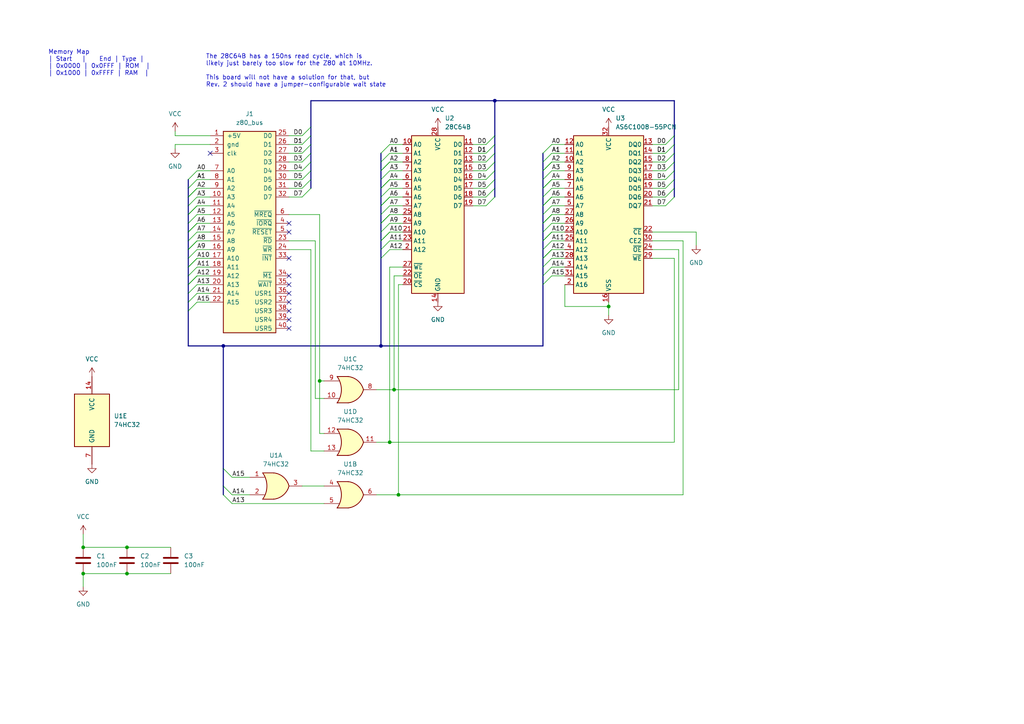
<source format=kicad_sch>
(kicad_sch (version 20211123) (generator eeschema)
  (paper "A4")
  (lib_symbols
    (symbol "74xx:74LS32" (pin_names (offset 1.016))
      (property "Reference" "U" (at 0 1.27 0))
      (property "Value" "74LS32" (at 0 -1.27 0))
      (symbol "74LS32_1_1"
        (arc (start -3.81 -3.81) (mid -2.589 0) (end -3.81 3.81) (stroke (width 0.254)))
        (arc (start -0.6096 -3.81) (mid 2.1855 -2.584) (end 3.81 0) (stroke (width 0.254)) (fill (type background)))
        (polyline (pts (xy -3.81 -3.81) (xy -0.635 -3.81)) (stroke (width 0.254)) (fill (type background)))
        (polyline (pts (xy -3.81 3.81) (xy -0.635 3.81)) (stroke (width 0.254)) (fill (type background)))
        (polyline (pts (xy -0.635 3.81) (xy -3.81 3.81) (xy -3.81 3.81) (xy -3.556 3.4036) (xy -3.0226 2.2606) (xy -2.6924 1.0414) (xy -2.6162 -0.254) (xy -2.7686 -1.4986) (xy -3.175 -2.7178) (xy -3.81 -3.81) (xy -3.81 -3.81) (xy -0.635 -3.81)) (stroke (width -25.4)) (fill (type background)))
        (arc (start 3.81 0) (mid 2.1928 2.5925) (end -0.6096 3.81) (stroke (width 0.254)) (fill (type background)))
        (pin input line (at -7.62 2.54 0) (length 4.318) (name "~") (number "1"))
        (pin input line (at -7.62 -2.54 0) (length 4.318) (name "~") (number "2"))
        (pin output line (at 7.62 0 180) (length 3.81) (name "~") (number "3"))
      )
      (symbol "74LS32_1_2"
        (arc (start 0 -3.81) (mid 3.81 0) (end 0 3.81) (stroke (width 0.254)) (fill (type background)))
        (polyline (pts (xy 0 3.81) (xy -3.81 3.81) (xy -3.81 -3.81) (xy 0 -3.81)) (stroke (width 0.254)) (fill (type background)))
        (pin input inverted (at -7.62 2.54 0) (length 3.81) (name "~") (number "1"))
        (pin input inverted (at -7.62 -2.54 0) (length 3.81) (name "~") (number "2"))
        (pin output inverted (at 7.62 0 180) (length 3.81) (name "~") (number "3"))
      )
      (symbol "74LS32_2_1"
        (arc (start -3.81 -3.81) (mid -2.589 0) (end -3.81 3.81) (stroke (width 0.254)))
        (arc (start -0.6096 -3.81) (mid 2.1855 -2.584) (end 3.81 0) (stroke (width 0.254)) (fill (type background)))
        (polyline (pts (xy -3.81 -3.81) (xy -0.635 -3.81)) (stroke (width 0.254)) (fill (type background)))
        (polyline (pts (xy -3.81 3.81) (xy -0.635 3.81)) (stroke (width 0.254)) (fill (type background)))
        (polyline (pts (xy -0.635 3.81) (xy -3.81 3.81) (xy -3.81 3.81) (xy -3.556 3.4036) (xy -3.0226 2.2606) (xy -2.6924 1.0414) (xy -2.6162 -0.254) (xy -2.7686 -1.4986) (xy -3.175 -2.7178) (xy -3.81 -3.81) (xy -3.81 -3.81) (xy -0.635 -3.81)) (stroke (width -25.4)) (fill (type background)))
        (arc (start 3.81 0) (mid 2.1928 2.5925) (end -0.6096 3.81) (stroke (width 0.254)) (fill (type background)))
        (pin input line (at -7.62 2.54 0) (length 4.318) (name "~") (number "4"))
        (pin input line (at -7.62 -2.54 0) (length 4.318) (name "~") (number "5"))
        (pin output line (at 7.62 0 180) (length 3.81) (name "~") (number "6"))
      )
      (symbol "74LS32_2_2"
        (arc (start 0 -3.81) (mid 3.81 0) (end 0 3.81) (stroke (width 0.254)) (fill (type background)))
        (polyline (pts (xy 0 3.81) (xy -3.81 3.81) (xy -3.81 -3.81) (xy 0 -3.81)) (stroke (width 0.254)) (fill (type background)))
        (pin input inverted (at -7.62 2.54 0) (length 3.81) (name "~") (number "4"))
        (pin input inverted (at -7.62 -2.54 0) (length 3.81) (name "~") (number "5"))
        (pin output inverted (at 7.62 0 180) (length 3.81) (name "~") (number "6"))
      )
      (symbol "74LS32_3_1"
        (arc (start -3.81 -3.81) (mid -2.589 0) (end -3.81 3.81) (stroke (width 0.254)))
        (arc (start -0.6096 -3.81) (mid 2.1855 -2.584) (end 3.81 0) (stroke (width 0.254)) (fill (type background)))
        (polyline (pts (xy -3.81 -3.81) (xy -0.635 -3.81)) (stroke (width 0.254)) (fill (type background)))
        (polyline (pts (xy -3.81 3.81) (xy -0.635 3.81)) (stroke (width 0.254)) (fill (type background)))
        (polyline (pts (xy -0.635 3.81) (xy -3.81 3.81) (xy -3.81 3.81) (xy -3.556 3.4036) (xy -3.0226 2.2606) (xy -2.6924 1.0414) (xy -2.6162 -0.254) (xy -2.7686 -1.4986) (xy -3.175 -2.7178) (xy -3.81 -3.81) (xy -3.81 -3.81) (xy -0.635 -3.81)) (stroke (width -25.4)) (fill (type background)))
        (arc (start 3.81 0) (mid 2.1928 2.5925) (end -0.6096 3.81) (stroke (width 0.254)) (fill (type background)))
        (pin input line (at -7.62 -2.54 0) (length 4.318) (name "~") (number "10"))
        (pin output line (at 7.62 0 180) (length 3.81) (name "~") (number "8"))
        (pin input line (at -7.62 2.54 0) (length 4.318) (name "~") (number "9"))
      )
      (symbol "74LS32_3_2"
        (arc (start 0 -3.81) (mid 3.81 0) (end 0 3.81) (stroke (width 0.254)) (fill (type background)))
        (polyline (pts (xy 0 3.81) (xy -3.81 3.81) (xy -3.81 -3.81) (xy 0 -3.81)) (stroke (width 0.254)) (fill (type background)))
        (pin input inverted (at -7.62 -2.54 0) (length 3.81) (name "~") (number "10"))
        (pin output inverted (at 7.62 0 180) (length 3.81) (name "~") (number "8"))
        (pin input inverted (at -7.62 2.54 0) (length 3.81) (name "~") (number "9"))
      )
      (symbol "74LS32_4_1"
        (arc (start -3.81 -3.81) (mid -2.589 0) (end -3.81 3.81) (stroke (width 0.254)))
        (arc (start -0.6096 -3.81) (mid 2.1855 -2.584) (end 3.81 0) (stroke (width 0.254)) (fill (type background)))
        (polyline (pts (xy -3.81 -3.81) (xy -0.635 -3.81)) (stroke (width 0.254)) (fill (type background)))
        (polyline (pts (xy -3.81 3.81) (xy -0.635 3.81)) (stroke (width 0.254)) (fill (type background)))
        (polyline (pts (xy -0.635 3.81) (xy -3.81 3.81) (xy -3.81 3.81) (xy -3.556 3.4036) (xy -3.0226 2.2606) (xy -2.6924 1.0414) (xy -2.6162 -0.254) (xy -2.7686 -1.4986) (xy -3.175 -2.7178) (xy -3.81 -3.81) (xy -3.81 -3.81) (xy -0.635 -3.81)) (stroke (width -25.4)) (fill (type background)))
        (arc (start 3.81 0) (mid 2.1928 2.5925) (end -0.6096 3.81) (stroke (width 0.254)) (fill (type background)))
        (pin output line (at 7.62 0 180) (length 3.81) (name "~") (number "11"))
        (pin input line (at -7.62 2.54 0) (length 4.318) (name "~") (number "12"))
        (pin input line (at -7.62 -2.54 0) (length 4.318) (name "~") (number "13"))
      )
      (symbol "74LS32_4_2"
        (arc (start 0 -3.81) (mid 3.81 0) (end 0 3.81) (stroke (width 0.254)) (fill (type background)))
        (polyline (pts (xy 0 3.81) (xy -3.81 3.81) (xy -3.81 -3.81) (xy 0 -3.81)) (stroke (width 0.254)) (fill (type background)))
        (pin output inverted (at 7.62 0 180) (length 3.81) (name "~") (number "11"))
        (pin input inverted (at -7.62 2.54 0) (length 3.81) (name "~") (number "12"))
        (pin input inverted (at -7.62 -2.54 0) (length 3.81) (name "~") (number "13"))
      )
      (symbol "74LS32_5_0"
        (pin power_in line (at 0 12.7 270) (length 5.08) (name "VCC") (number "14"))
        (pin power_in line (at 0 -12.7 90) (length 5.08) (name "GND") (number "7"))
      )
      (symbol "74LS32_5_1"
        (rectangle (start -5.08 7.62) (end 5.08 -7.62) (stroke (width 0.254)) (fill (type background)))
      )
    )
    (symbol "Device:C" (pin_numbers hide) (pin_names (offset 0.254))
      (property "Reference" "C" (at 0.635 2.54 0))
      (property "Value" "C" (at 0.635 -2.54 0))
      (symbol "C_0_1"
        (polyline (pts (xy -2.032 -0.762) (xy 2.032 -0.762)) (stroke (width 0.508)))
        (polyline (pts (xy -2.032 0.762) (xy 2.032 0.762)) (stroke (width 0.508)))
      )
      (symbol "C_1_1"
        (pin passive line (at 0 3.81 270) (length 2.794) (name "~") (number "1"))
        (pin passive line (at 0 -3.81 90) (length 2.794) (name "~") (number "2"))
      )
    )
    (symbol "power:GND" (power) (pin_names (offset 0))
      (property "Value" "GND" (at 0 -3.81 0))
      (symbol "GND_0_1"
        (polyline (pts (xy 0 0) (xy 0 -1.27) (xy 1.27 -1.27) (xy 0 -2.54) (xy -1.27 -1.27) (xy 0 -1.27)))
      )
      (symbol "GND_1_1"
        (pin power_in line (at 0 0 270) (length 0) hide (name "GND") (number "1"))
      )
    )
    (symbol "power:VCC" (power) (pin_names (offset 0))
      (property "Value" "VCC" (at 0 3.81 0))
      (symbol "VCC_0_1"
        (polyline (pts (xy -0.762 1.27) (xy 0 2.54)))
        (polyline (pts (xy 0 0) (xy 0 2.54)))
        (polyline (pts (xy 0 2.54) (xy 0.762 1.27)))
      )
      (symbol "VCC_1_1"
        (pin power_in line (at 0 0 90) (length 0) hide (name "VCC") (number "1"))
      )
    )
    (symbol "projlib:28C64B"
      (property "Reference" "U?" (at 2.0194 30.48 0))
      (property "Value" "28C64B" (at 2.0194 27.94 0))
      (symbol "28C64B_1_1"
        (rectangle (start -7.62 25.4) (end 7.62 -20.32) (stroke (width 0.254)) (fill (type background)))
        (pin input line (at 7.62 -2.54 0) (length 2.54) hide (name "NC") (number "1"))
        (pin input line (at -10.16 22.86 0) (length 2.54) (name "A0") (number "10"))
        (pin tri_state line (at 10.16 22.86 180) (length 2.54) (name "D0") (number "11"))
        (pin tri_state line (at 10.16 20.32 180) (length 2.54) (name "D1") (number "12"))
        (pin tri_state line (at 10.16 17.78 180) (length 2.54) (name "D2") (number "13"))
        (pin power_in line (at 0 -22.86 90) (length 2.54) (name "GND") (number "14"))
        (pin tri_state line (at 10.16 15.24 180) (length 2.54) (name "D3") (number "15"))
        (pin tri_state line (at 10.16 12.7 180) (length 2.54) (name "D4") (number "16"))
        (pin tri_state line (at 10.16 10.16 180) (length 2.54) (name "D5") (number "17"))
        (pin tri_state line (at 10.16 7.62 180) (length 2.54) (name "D6") (number "18"))
        (pin tri_state line (at 10.16 5.08 180) (length 2.54) (name "D7") (number "19"))
        (pin input line (at -10.16 -7.62 0) (length 2.54) (name "A12") (number "2"))
        (pin input line (at -10.16 -17.78 0) (length 2.54) (name "~{CS}") (number "20"))
        (pin input line (at -10.16 -2.54 0) (length 2.54) (name "A10") (number "21"))
        (pin input line (at -10.16 -15.24 0) (length 2.54) (name "~{OE}") (number "22"))
        (pin input line (at -10.16 -5.08 0) (length 2.54) (name "A11") (number "23"))
        (pin input line (at -10.16 0 0) (length 2.54) (name "A9") (number "24"))
        (pin input line (at -10.16 2.54 0) (length 2.54) (name "A8") (number "25"))
        (pin input line (at 7.62 -5.08 0) (length 2.54) hide (name "NC") (number "26"))
        (pin input line (at -10.16 -12.7 0) (length 2.54) (name "~{WE}") (number "27"))
        (pin power_in line (at 0 27.94 270) (length 2.54) (name "VCC") (number "28"))
        (pin input line (at -10.16 5.08 0) (length 2.54) (name "A7") (number "3"))
        (pin input line (at -10.16 7.62 0) (length 2.54) (name "A6") (number "4"))
        (pin input line (at -10.16 10.16 0) (length 2.54) (name "A5") (number "5"))
        (pin input line (at -10.16 12.7 0) (length 2.54) (name "A4") (number "6"))
        (pin input line (at -10.16 15.24 0) (length 2.54) (name "A3") (number "7"))
        (pin input line (at -10.16 17.78 0) (length 2.54) (name "A2") (number "8"))
        (pin input line (at -10.16 20.32 0) (length 2.54) (name "A1") (number "9"))
      )
    )
    (symbol "projlib:AS6C1008-55PCN"
      (property "Reference" "U?" (at 2.0194 30.48 0))
      (property "Value" "AS6C1008-55PCN" (at 2.0194 27.94 0))
      (symbol "AS6C1008-55PCN_0_0"
        (pin power_in line (at 0 -22.86 90) (length 2.54) (name "VSS") (number "16"))
        (pin power_in line (at 0 27.94 270) (length 2.54) (name "VCC") (number "32"))
      )
      (symbol "AS6C1008-55PCN_0_1"
        (rectangle (start -10.16 25.4) (end 10.16 -20.32) (stroke (width 0.254)) (fill (type background)))
      )
      (symbol "AS6C1008-55PCN_1_1"
        (pin input line (at 10.16 -15.24 180) (length 2.54) hide (name "NC") (number "1"))
        (pin input line (at -12.7 17.78 0) (length 2.54) (name "A2") (number "10"))
        (pin input line (at -12.7 20.32 0) (length 2.54) (name "A1") (number "11"))
        (pin input line (at -12.7 22.86 0) (length 2.54) (name "A0") (number "12"))
        (pin tri_state line (at 12.7 22.86 180) (length 2.54) (name "DQ0") (number "13"))
        (pin tri_state line (at 12.7 20.32 180) (length 2.54) (name "DQ1") (number "14"))
        (pin tri_state line (at 12.7 17.78 180) (length 2.54) (name "DQ2") (number "15"))
        (pin tri_state line (at 12.7 15.24 180) (length 2.54) (name "DQ3") (number "17"))
        (pin tri_state line (at 12.7 12.7 180) (length 2.54) (name "DQ4") (number "18"))
        (pin tri_state line (at 12.7 10.16 180) (length 2.54) (name "DQ5") (number "19"))
        (pin input line (at -12.7 -17.78 0) (length 2.54) (name "A16") (number "2"))
        (pin tri_state line (at 12.7 7.62 180) (length 2.54) (name "DQ6") (number "20"))
        (pin tri_state line (at 12.7 5.08 180) (length 2.54) (name "DQ7") (number "21"))
        (pin input line (at 12.7 -2.54 180) (length 2.54) (name "~{CE}") (number "22"))
        (pin input line (at -12.7 -2.54 0) (length 2.54) (name "A10") (number "23"))
        (pin input line (at 12.7 -7.62 180) (length 2.54) (name "~{OE}") (number "24"))
        (pin input line (at -12.7 -5.08 0) (length 2.54) (name "A11") (number "25"))
        (pin input line (at -12.7 0 0) (length 2.54) (name "A9") (number "26"))
        (pin input line (at -12.7 2.54 0) (length 2.54) (name "A8") (number "27"))
        (pin input line (at -12.7 -10.16 0) (length 2.54) (name "A13") (number "28"))
        (pin input line (at 12.7 -10.16 180) (length 2.54) (name "~{WE}") (number "29"))
        (pin input line (at -12.7 -12.7 0) (length 2.54) (name "A14") (number "3"))
        (pin input line (at 12.7 -5.08 180) (length 2.54) (name "CE2") (number "30"))
        (pin input line (at -12.7 -15.24 0) (length 2.54) (name "A15") (number "31"))
        (pin input line (at -12.7 -7.62 0) (length 2.54) (name "A12") (number "4"))
        (pin input line (at -12.7 5.08 0) (length 2.54) (name "A7") (number "5"))
        (pin input line (at -12.7 7.62 0) (length 2.54) (name "A6") (number "6"))
        (pin input line (at -12.7 10.16 0) (length 2.54) (name "A5") (number "7"))
        (pin input line (at -12.7 12.7 0) (length 2.54) (name "A4") (number "8"))
        (pin input line (at -12.7 15.24 0) (length 2.54) (name "A3") (number "9"))
      )
    )
    (symbol "projlib:z80_bus" (pin_names (offset 1.016))
      (property "Reference" "J2" (at 0 29.21 0))
      (property "Value" "z80_bus" (at 0 26.67 0))
      (symbol "z80_bus_1_1"
        (rectangle (start -7.62 24.13) (end 7.62 -34.29) (stroke (width 0.254)) (fill (type background)))
        (pin passive line (at -11.43 22.86 0) (length 3.81) (name "+5V") (number "1"))
        (pin passive line (at -11.43 5.08 0) (length 3.81) (name "A3") (number "10"))
        (pin passive line (at -11.43 2.54 0) (length 3.81) (name "A4") (number "11"))
        (pin passive line (at -11.43 0 0) (length 3.81) (name "A5") (number "12"))
        (pin passive line (at -11.43 -2.54 0) (length 3.81) (name "A6") (number "13"))
        (pin passive line (at -11.43 -5.08 0) (length 3.81) (name "A7") (number "14"))
        (pin passive line (at -11.43 -7.62 0) (length 3.81) (name "A8") (number "15"))
        (pin passive line (at -11.43 -10.16 0) (length 3.81) (name "A9") (number "16"))
        (pin passive line (at -11.43 -12.7 0) (length 3.81) (name "A10") (number "17"))
        (pin passive line (at -11.43 -15.24 0) (length 3.81) (name "A11") (number "18"))
        (pin passive line (at -11.43 -17.78 0) (length 3.81) (name "A12") (number "19"))
        (pin passive line (at -11.43 20.32 0) (length 3.81) (name "gnd") (number "2"))
        (pin passive line (at -11.43 -20.32 0) (length 3.81) (name "A13") (number "20"))
        (pin passive line (at -11.43 -22.86 0) (length 3.81) (name "A14") (number "21"))
        (pin passive line (at -11.43 -25.4 0) (length 3.81) (name "A15") (number "22"))
        (pin passive line (at 11.43 -7.62 180) (length 3.81) (name "~{RD}") (number "23"))
        (pin passive line (at 11.43 -10.16 180) (length 3.81) (name "~{WR}") (number "24"))
        (pin passive line (at 11.43 22.86 180) (length 3.81) (name "D0") (number "25"))
        (pin passive line (at 11.43 20.32 180) (length 3.81) (name "D1") (number "26"))
        (pin passive line (at 11.43 17.78 180) (length 3.81) (name "D2") (number "27"))
        (pin passive line (at 11.43 15.24 180) (length 3.81) (name "D3") (number "28"))
        (pin passive line (at 11.43 12.7 180) (length 3.81) (name "D4") (number "29"))
        (pin passive line (at -11.43 17.78 0) (length 3.81) (name "clk") (number "3"))
        (pin passive line (at 11.43 10.16 180) (length 3.81) (name "D5") (number "30"))
        (pin passive line (at 11.43 7.62 180) (length 3.81) (name "D6") (number "31"))
        (pin passive line (at 11.43 5.08 180) (length 3.81) (name "D7") (number "32"))
        (pin passive line (at 11.43 -12.7 180) (length 3.81) (name "~{INT}") (number "33"))
        (pin passive line (at 11.43 -17.78 180) (length 3.81) (name "~{M1}") (number "34"))
        (pin passive line (at 11.43 -20.32 180) (length 3.81) (name "~{WAIT}") (number "35"))
        (pin passive line (at 11.43 -22.86 180) (length 3.81) (name "USR1") (number "36"))
        (pin passive line (at 11.43 -25.4 180) (length 3.81) (name "USR2") (number "37"))
        (pin passive line (at 11.43 -27.94 180) (length 3.81) (name "USR3") (number "38"))
        (pin passive line (at 11.43 -30.48 180) (length 3.81) (name "USR4") (number "39"))
        (pin passive line (at 11.43 -2.54 180) (length 3.81) (name "~{IORQ}") (number "4"))
        (pin passive line (at 11.43 -33.02 180) (length 3.81) (name "USR5") (number "40"))
        (pin passive line (at 11.43 -5.08 180) (length 3.81) (name "~{RESET}") (number "5"))
        (pin passive line (at 11.43 0 180) (length 3.81) (name "~{MREQ}") (number "6"))
        (pin passive line (at -11.43 12.7 0) (length 3.81) (name "A0") (number "7"))
        (pin passive line (at -11.43 10.16 0) (length 3.81) (name "A1") (number "8"))
        (pin passive line (at -11.43 7.62 0) (length 3.81) (name "A2") (number "9"))
      )
    )
  )
  (junction (at 36.83 166.37))
  (junction (at 143.51 29.21))
  (junction (at 115.57 143.51))
  (junction (at 110.49 100.33))
  (junction (at 24.13 166.37))
  (junction (at 176.53 88.9))
  (junction (at 64.77 100.33))
  (junction (at 24.13 158.75))
  (junction (at 36.83 158.75))
  (junction (at 113.03 128.27))
  (junction (at 114.3 113.03))
  (junction (at 92.71 110.49))
  (no_connect (at 83.82 74.93))
  (no_connect (at 83.82 80.01))
  (no_connect (at 83.82 95.25))
  (no_connect (at 83.82 82.55))
  (no_connect (at 83.82 85.09))
  (no_connect (at 83.82 87.63))
  (no_connect (at 83.82 90.17))
  (no_connect (at 83.82 92.71))
  (no_connect (at 60.96 44.45))
  (no_connect (at 83.82 64.77))
  (no_connect (at 83.82 67.31))
  (bus_entry (at 87.63 44.45) (size 2.54 -2.54))
  (bus_entry (at 87.63 49.53) (size 2.54 -2.54))
  (bus_entry (at 193.04 44.45) (size 2.54 -2.54))
  (bus_entry (at 157.48 72.39) (size 2.54 -2.54))
  (bus_entry (at 193.04 54.61) (size 2.54 -2.54))
  (bus_entry (at 54.61 67.31) (size 2.54 -2.54))
  (bus_entry (at 110.49 49.53) (size 2.54 -2.54))
  (bus_entry (at 157.48 80.01) (size 2.54 -2.54))
  (bus_entry (at 110.49 46.99) (size 2.54 -2.54))
  (bus_entry (at 157.48 59.69) (size 2.54 -2.54))
  (bus_entry (at 157.48 69.85) (size 2.54 -2.54))
  (bus_entry (at 87.63 46.99) (size 2.54 -2.54))
  (bus_entry (at 54.61 85.09) (size 2.54 -2.54))
  (bus_entry (at 54.61 57.15) (size 2.54 -2.54))
  (bus_entry (at 54.61 59.69) (size 2.54 -2.54))
  (bus_entry (at 54.61 69.85) (size 2.54 -2.54))
  (bus_entry (at 157.48 74.93) (size 2.54 -2.54))
  (bus_entry (at 54.61 52.07) (size 2.54 -2.54))
  (bus_entry (at 110.49 64.77) (size 2.54 -2.54))
  (bus_entry (at 110.49 62.23) (size 2.54 -2.54))
  (bus_entry (at 157.48 74.93) (size 2.54 -2.54))
  (bus_entry (at 157.48 82.55) (size 2.54 -2.54))
  (bus_entry (at 157.48 49.53) (size 2.54 -2.54))
  (bus_entry (at 110.49 54.61) (size 2.54 -2.54))
  (bus_entry (at 110.49 64.77) (size 2.54 -2.54))
  (bus_entry (at 64.77 135.89) (size 2.54 2.54))
  (bus_entry (at 64.77 140.97) (size 2.54 2.54))
  (bus_entry (at 64.77 143.51) (size 2.54 2.54))
  (bus_entry (at 193.04 41.91) (size 2.54 -2.54))
  (bus_entry (at 54.61 77.47) (size 2.54 -2.54))
  (bus_entry (at 110.49 59.69) (size 2.54 -2.54))
  (bus_entry (at 54.61 72.39) (size 2.54 -2.54))
  (bus_entry (at 54.61 62.23) (size 2.54 -2.54))
  (bus_entry (at 110.49 57.15) (size 2.54 -2.54))
  (bus_entry (at 193.04 59.69) (size 2.54 -2.54))
  (bus_entry (at 110.49 54.61) (size 2.54 -2.54))
  (bus_entry (at 193.04 49.53) (size 2.54 -2.54))
  (bus_entry (at 54.61 77.47) (size 2.54 -2.54))
  (bus_entry (at 54.61 62.23) (size 2.54 -2.54))
  (bus_entry (at 157.48 64.77) (size 2.54 -2.54))
  (bus_entry (at 110.49 49.53) (size 2.54 -2.54))
  (bus_entry (at 193.04 52.07) (size 2.54 -2.54))
  (bus_entry (at 157.48 44.45) (size 2.54 -2.54))
  (bus_entry (at 54.61 82.55) (size 2.54 -2.54))
  (bus_entry (at 54.61 57.15) (size 2.54 -2.54))
  (bus_entry (at 157.48 46.99) (size 2.54 -2.54))
  (bus_entry (at 54.61 74.93) (size 2.54 -2.54))
  (bus_entry (at 140.97 54.61) (size 2.54 -2.54))
  (bus_entry (at 140.97 57.15) (size 2.54 -2.54))
  (bus_entry (at 140.97 46.99) (size 2.54 -2.54))
  (bus_entry (at 140.97 44.45) (size 2.54 -2.54))
  (bus_entry (at 140.97 59.69) (size 2.54 -2.54))
  (bus_entry (at 140.97 52.07) (size 2.54 -2.54))
  (bus_entry (at 140.97 49.53) (size 2.54 -2.54))
  (bus_entry (at 140.97 41.91) (size 2.54 -2.54))
  (bus_entry (at 110.49 44.45) (size 2.54 -2.54))
  (bus_entry (at 193.04 46.99) (size 2.54 -2.54))
  (bus_entry (at 157.48 59.69) (size 2.54 -2.54))
  (bus_entry (at 157.48 54.61) (size 2.54 -2.54))
  (bus_entry (at 54.61 87.63) (size 2.54 -2.54))
  (bus_entry (at 110.49 52.07) (size 2.54 -2.54))
  (bus_entry (at 110.49 69.85) (size 2.54 -2.54))
  (bus_entry (at 157.48 69.85) (size 2.54 -2.54))
  (bus_entry (at 157.48 49.53) (size 2.54 -2.54))
  (bus_entry (at 54.61 90.17) (size 2.54 -2.54))
  (bus_entry (at 54.61 72.39) (size 2.54 -2.54))
  (bus_entry (at 157.48 77.47) (size 2.54 -2.54))
  (bus_entry (at 54.61 82.55) (size 2.54 -2.54))
  (bus_entry (at 87.63 39.37) (size 2.54 -2.54))
  (bus_entry (at 157.48 62.23) (size 2.54 -2.54))
  (bus_entry (at 157.48 54.61) (size 2.54 -2.54))
  (bus_entry (at 87.63 57.15) (size 2.54 -2.54))
  (bus_entry (at 110.49 74.93) (size 2.54 -2.54))
  (bus_entry (at 54.61 54.61) (size 2.54 -2.54))
  (bus_entry (at 110.49 59.69) (size 2.54 -2.54))
  (bus_entry (at 157.48 57.15) (size 2.54 -2.54))
  (bus_entry (at 157.48 67.31) (size 2.54 -2.54))
  (bus_entry (at 54.61 80.01) (size 2.54 -2.54))
  (bus_entry (at 157.48 52.07) (size 2.54 -2.54))
  (bus_entry (at 54.61 67.31) (size 2.54 -2.54))
  (bus_entry (at 157.48 64.77) (size 2.54 -2.54))
  (bus_entry (at 110.49 69.85) (size 2.54 -2.54))
  (bus_entry (at 87.63 52.07) (size 2.54 -2.54))
  (bus_entry (at 54.61 64.77) (size 2.54 -2.54))
  (bus_entry (at 193.04 57.15) (size 2.54 -2.54))
  (bus_entry (at 110.49 72.39) (size 2.54 -2.54))
  (bus_entry (at 110.49 67.31) (size 2.54 -2.54))
  (bus_entry (at 87.63 54.61) (size 2.54 -2.54))
  (bus_entry (at 87.63 41.91) (size 2.54 -2.54))
  (wire (pts (xy 189.23 44.45) (xy 193.04 44.45)))
  (wire (pts (xy 92.71 110.49) (xy 93.98 110.49)))
  (bus (pts (xy 110.49 72.39) (xy 110.49 74.93)))
  (bus (pts (xy 110.49 67.31) (xy 110.49 69.85)))
  (wire (pts (xy 160.02 77.47) (xy 163.83 77.47)))
  (wire (pts (xy 113.03 128.27) (xy 113.03 77.47)))
  (bus (pts (xy 90.17 46.99) (xy 90.17 44.45)))
  (wire (pts (xy 116.84 80.01) (xy 114.3 80.01)))
  (wire (pts (xy 189.23 41.91) (xy 193.04 41.91)))
  (bus (pts (xy 157.48 44.45) (xy 157.48 46.99)))
  (wire (pts (xy 196.85 113.03) (xy 196.85 72.39)))
  (wire (pts (xy 196.85 72.39) (xy 189.23 72.39)))
  (wire (pts (xy 83.82 57.15) (xy 87.63 57.15)))
  (wire (pts (xy 57.15 85.09) (xy 60.96 85.09)))
  (bus (pts (xy 54.61 67.31) (xy 54.61 69.85)))
  (wire (pts (xy 90.17 130.81) (xy 90.17 72.39)))
  (bus (pts (xy 54.61 74.93) (xy 54.61 77.47)))
  (bus (pts (xy 54.61 82.55) (xy 54.61 85.09)))
  (bus (pts (xy 110.49 49.53) (xy 110.49 52.07)))
  (wire (pts (xy 160.02 49.53) (xy 163.83 49.53)))
  (bus (pts (xy 195.58 44.45) (xy 195.58 41.91)))
  (wire (pts (xy 198.12 69.85) (xy 189.23 69.85)))
  (wire (pts (xy 113.03 67.31) (xy 116.84 67.31)))
  (bus (pts (xy 143.51 46.99) (xy 143.51 44.45)))
  (wire (pts (xy 113.03 52.07) (xy 116.84 52.07)))
  (bus (pts (xy 90.17 44.45) (xy 90.17 41.91)))
  (bus (pts (xy 143.51 57.15) (xy 143.51 54.61)))
  (bus (pts (xy 157.48 49.53) (xy 157.48 52.07)))
  (bus (pts (xy 157.48 72.39) (xy 157.48 74.93)))
  (wire (pts (xy 160.02 62.23) (xy 163.83 62.23)))
  (wire (pts (xy 160.02 54.61) (xy 163.83 54.61)))
  (wire (pts (xy 57.15 59.69) (xy 60.96 59.69)))
  (bus (pts (xy 54.61 69.85) (xy 54.61 72.39)))
  (wire (pts (xy 160.02 57.15) (xy 163.83 57.15)))
  (bus (pts (xy 195.58 46.99) (xy 195.58 44.45)))
  (wire (pts (xy 189.23 52.07) (xy 193.04 52.07)))
  (bus (pts (xy 157.48 67.31) (xy 157.48 69.85)))
  (wire (pts (xy 160.02 80.01) (xy 163.83 80.01)))
  (bus (pts (xy 195.58 39.37) (xy 195.58 29.21)))
  (wire (pts (xy 57.15 64.77) (xy 60.96 64.77)))
  (bus (pts (xy 90.17 29.21) (xy 90.17 36.83)))
  (wire (pts (xy 57.15 49.53) (xy 60.96 49.53)))
  (wire (pts (xy 67.31 143.51) (xy 72.39 143.51)))
  (wire (pts (xy 115.57 82.55) (xy 116.84 82.55)))
  (wire (pts (xy 113.03 41.91) (xy 116.84 41.91)))
  (bus (pts (xy 110.49 54.61) (xy 110.49 57.15)))
  (bus (pts (xy 195.58 49.53) (xy 195.58 46.99)))
  (wire (pts (xy 50.8 38.1) (xy 50.8 39.37)))
  (bus (pts (xy 64.77 100.33) (xy 54.61 100.33)))
  (wire (pts (xy 137.16 59.69) (xy 140.97 59.69)))
  (wire (pts (xy 176.53 88.9) (xy 163.83 88.9)))
  (wire (pts (xy 50.8 41.91) (xy 50.8 43.18)))
  (wire (pts (xy 114.3 80.01) (xy 114.3 113.03)))
  (wire (pts (xy 160.02 44.45) (xy 163.83 44.45)))
  (wire (pts (xy 24.13 166.37) (xy 24.13 170.18)))
  (bus (pts (xy 90.17 39.37) (xy 90.17 36.83)))
  (bus (pts (xy 157.48 74.93) (xy 157.48 77.47)))
  (bus (pts (xy 143.51 39.37) (xy 143.51 29.21)))
  (wire (pts (xy 83.82 52.07) (xy 87.63 52.07)))
  (bus (pts (xy 54.61 59.69) (xy 54.61 62.23)))
  (bus (pts (xy 54.61 52.07) (xy 54.61 54.61)))
  (bus (pts (xy 54.61 62.23) (xy 54.61 64.77)))
  (wire (pts (xy 114.3 113.03) (xy 196.85 113.03)))
  (bus (pts (xy 110.49 62.23) (xy 110.49 64.77)))
  (wire (pts (xy 87.63 140.97) (xy 93.98 140.97)))
  (wire (pts (xy 189.23 67.31) (xy 201.93 67.31)))
  (bus (pts (xy 64.77 100.33) (xy 64.77 135.89)))
  (bus (pts (xy 90.17 49.53) (xy 90.17 46.99)))
  (bus (pts (xy 110.49 46.99) (xy 110.49 49.53)))
  (bus (pts (xy 195.58 41.91) (xy 195.58 39.37)))
  (wire (pts (xy 109.22 128.27) (xy 113.03 128.27)))
  (wire (pts (xy 113.03 62.23) (xy 116.84 62.23)))
  (bus (pts (xy 157.48 82.55) (xy 157.48 100.33)))
  (wire (pts (xy 160.02 46.99) (xy 163.83 46.99)))
  (bus (pts (xy 54.61 72.39) (xy 54.61 74.93)))
  (bus (pts (xy 110.49 69.85) (xy 110.49 72.39)))
  (wire (pts (xy 113.03 57.15) (xy 116.84 57.15)))
  (wire (pts (xy 83.82 44.45) (xy 87.63 44.45)))
  (wire (pts (xy 160.02 72.39) (xy 163.83 72.39)))
  (wire (pts (xy 83.82 54.61) (xy 87.63 54.61)))
  (bus (pts (xy 157.48 52.07) (xy 157.48 54.61)))
  (wire (pts (xy 189.23 57.15) (xy 193.04 57.15)))
  (wire (pts (xy 189.23 46.99) (xy 193.04 46.99)))
  (bus (pts (xy 110.49 57.15) (xy 110.49 59.69)))
  (wire (pts (xy 160.02 52.07) (xy 163.83 52.07)))
  (wire (pts (xy 137.16 46.99) (xy 140.97 46.99)))
  (wire (pts (xy 36.83 158.75) (xy 49.53 158.75)))
  (wire (pts (xy 201.93 67.31) (xy 201.93 71.12)))
  (wire (pts (xy 67.31 146.05) (xy 93.98 146.05)))
  (wire (pts (xy 160.02 69.85) (xy 163.83 69.85)))
  (wire (pts (xy 92.71 125.73) (xy 93.98 125.73)))
  (wire (pts (xy 92.71 110.49) (xy 92.71 125.73)))
  (wire (pts (xy 91.44 115.57) (xy 93.98 115.57)))
  (bus (pts (xy 143.51 29.21) (xy 195.58 29.21)))
  (bus (pts (xy 157.48 54.61) (xy 157.48 57.15)))
  (bus (pts (xy 157.48 64.77) (xy 157.48 67.31)))
  (bus (pts (xy 143.51 44.45) (xy 143.51 41.91)))
  (wire (pts (xy 67.31 138.43) (xy 72.39 138.43)))
  (wire (pts (xy 109.22 143.51) (xy 115.57 143.51)))
  (wire (pts (xy 57.15 69.85) (xy 60.96 69.85)))
  (bus (pts (xy 157.48 69.85) (xy 157.48 72.39)))
  (wire (pts (xy 137.16 49.53) (xy 140.97 49.53)))
  (bus (pts (xy 110.49 64.77) (xy 110.49 67.31)))
  (bus (pts (xy 143.51 52.07) (xy 143.51 49.53)))
  (bus (pts (xy 157.48 57.15) (xy 157.48 59.69)))
  (bus (pts (xy 64.77 135.89) (xy 64.77 140.97)))
  (bus (pts (xy 54.61 85.09) (xy 54.61 87.63)))
  (wire (pts (xy 137.16 52.07) (xy 140.97 52.07)))
  (wire (pts (xy 195.58 74.93) (xy 189.23 74.93)))
  (bus (pts (xy 157.48 46.99) (xy 157.48 49.53)))
  (wire (pts (xy 83.82 39.37) (xy 87.63 39.37)))
  (bus (pts (xy 90.17 52.07) (xy 90.17 49.53)))
  (bus (pts (xy 90.17 29.21) (xy 143.51 29.21)))
  (bus (pts (xy 157.48 100.33) (xy 110.49 100.33)))
  (bus (pts (xy 54.61 100.33) (xy 54.61 90.17)))
  (wire (pts (xy 137.16 57.15) (xy 140.97 57.15)))
  (wire (pts (xy 113.03 72.39) (xy 116.84 72.39)))
  (bus (pts (xy 143.51 54.61) (xy 143.51 52.07)))
  (bus (pts (xy 195.58 57.15) (xy 195.58 54.61)))
  (wire (pts (xy 137.16 54.61) (xy 140.97 54.61)))
  (wire (pts (xy 83.82 62.23) (xy 92.71 62.23)))
  (bus (pts (xy 157.48 59.69) (xy 157.48 62.23)))
  (bus (pts (xy 54.61 80.01) (xy 54.61 82.55)))
  (wire (pts (xy 83.82 46.99) (xy 87.63 46.99)))
  (wire (pts (xy 57.15 77.47) (xy 60.96 77.47)))
  (bus (pts (xy 195.58 52.07) (xy 195.58 49.53)))
  (wire (pts (xy 113.03 59.69) (xy 116.84 59.69)))
  (bus (pts (xy 64.77 140.97) (xy 64.77 143.51)))
  (wire (pts (xy 113.03 128.27) (xy 195.58 128.27)))
  (bus (pts (xy 54.61 57.15) (xy 54.61 59.69)))
  (wire (pts (xy 57.15 67.31) (xy 60.96 67.31)))
  (wire (pts (xy 176.53 87.63) (xy 176.53 88.9)))
  (wire (pts (xy 195.58 128.27) (xy 195.58 74.93)))
  (wire (pts (xy 160.02 67.31) (xy 163.83 67.31)))
  (bus (pts (xy 54.61 87.63) (xy 54.61 90.17)))
  (wire (pts (xy 92.71 62.23) (xy 92.71 110.49)))
  (wire (pts (xy 113.03 44.45) (xy 116.84 44.45)))
  (bus (pts (xy 110.49 52.07) (xy 110.49 54.61)))
  (wire (pts (xy 90.17 72.39) (xy 83.82 72.39)))
  (wire (pts (xy 57.15 54.61) (xy 60.96 54.61)))
  (wire (pts (xy 160.02 41.91) (xy 163.83 41.91)))
  (wire (pts (xy 24.13 166.37) (xy 36.83 166.37)))
  (wire (pts (xy 83.82 49.53) (xy 87.63 49.53)))
  (bus (pts (xy 195.58 54.61) (xy 195.58 52.07)))
  (wire (pts (xy 83.82 69.85) (xy 91.44 69.85)))
  (wire (pts (xy 189.23 59.69) (xy 193.04 59.69)))
  (bus (pts (xy 143.51 41.91) (xy 143.51 39.37)))
  (wire (pts (xy 176.53 88.9) (xy 176.53 91.44)))
  (wire (pts (xy 57.15 62.23) (xy 60.96 62.23)))
  (wire (pts (xy 113.03 54.61) (xy 116.84 54.61)))
  (bus (pts (xy 110.49 74.93) (xy 110.49 100.33)))
  (wire (pts (xy 189.23 54.61) (xy 193.04 54.61)))
  (wire (pts (xy 93.98 130.81) (xy 90.17 130.81)))
  (wire (pts (xy 198.12 143.51) (xy 198.12 69.85)))
  (wire (pts (xy 160.02 59.69) (xy 163.83 59.69)))
  (wire (pts (xy 91.44 69.85) (xy 91.44 115.57)))
  (bus (pts (xy 110.49 100.33) (xy 64.77 100.33)))
  (wire (pts (xy 160.02 64.77) (xy 163.83 64.77)))
  (bus (pts (xy 54.61 54.61) (xy 54.61 57.15)))
  (bus (pts (xy 110.49 59.69) (xy 110.49 62.23)))
  (wire (pts (xy 114.3 113.03) (xy 109.22 113.03)))
  (bus (pts (xy 143.51 49.53) (xy 143.51 46.99)))
  (wire (pts (xy 113.03 46.99) (xy 116.84 46.99)))
  (wire (pts (xy 57.15 80.01) (xy 60.96 80.01)))
  (bus (pts (xy 110.49 44.45) (xy 110.49 46.99)))
  (wire (pts (xy 163.83 88.9) (xy 163.83 82.55)))
  (wire (pts (xy 24.13 154.94) (xy 24.13 158.75)))
  (bus (pts (xy 90.17 41.91) (xy 90.17 39.37)))
  (wire (pts (xy 57.15 82.55) (xy 60.96 82.55)))
  (wire (pts (xy 189.23 49.53) (xy 193.04 49.53)))
  (wire (pts (xy 57.15 52.07) (xy 60.96 52.07)))
  (wire (pts (xy 113.03 77.47) (xy 116.84 77.47)))
  (wire (pts (xy 60.96 41.91) (xy 50.8 41.91)))
  (bus (pts (xy 157.48 77.47) (xy 157.48 80.01)))
  (wire (pts (xy 83.82 41.91) (xy 87.63 41.91)))
  (bus (pts (xy 157.48 80.01) (xy 157.48 82.55)))
  (wire (pts (xy 50.8 39.37) (xy 60.96 39.37)))
  (bus (pts (xy 90.17 54.61) (xy 90.17 52.07)))
  (bus (pts (xy 54.61 77.47) (xy 54.61 80.01)))
  (wire (pts (xy 115.57 143.51) (xy 198.12 143.51)))
  (wire (pts (xy 57.15 74.93) (xy 60.96 74.93)))
  (wire (pts (xy 113.03 64.77) (xy 116.84 64.77)))
  (wire (pts (xy 137.16 44.45) (xy 140.97 44.45)))
  (wire (pts (xy 57.15 87.63) (xy 60.96 87.63)))
  (bus (pts (xy 54.61 64.77) (xy 54.61 67.31)))
  (wire (pts (xy 24.13 158.75) (xy 36.83 158.75)))
  (wire (pts (xy 113.03 49.53) (xy 116.84 49.53)))
  (wire (pts (xy 57.15 72.39) (xy 60.96 72.39)))
  (wire (pts (xy 115.57 143.51) (xy 115.57 82.55)))
  (wire (pts (xy 137.16 41.91) (xy 140.97 41.91)))
  (bus (pts (xy 157.48 62.23) (xy 157.48 64.77)))
  (wire (pts (xy 57.15 57.15) (xy 60.96 57.15)))
  (wire (pts (xy 160.02 74.93) (xy 163.83 74.93)))
  (wire (pts (xy 36.83 166.37) (xy 49.53 166.37)))
  (wire (pts (xy 113.03 69.85) (xy 116.84 69.85)))
  (text "Memory Map\n| Start   |    End | Type |\n| 0x0000 | 0x0FFF | ROM  |\n| 0x1000 | 0xFFFF | RAM  |\n\n" (at 13.97 24.13 0) (effects (font (size 1.27 1.27)) (justify left bottom)))
  (text "The 28C64B has a 150ns read cycle, which is\nlikely just barely too slow for the Z80 at 10MHz.\n\nThis board will not have a solution for that, but\nRev. 2 should have a jumper-configurable wait state" (at 59.69 25.4 0) (effects (font (size 1.27 1.27)) (justify left bottom)))
  (label "A14" (at 67.31 143.51 0))
  (label "D4" (at 85.09 49.53 0))
  (label "D5" (at 85.09 52.07 0))
  (label "D6" (at 85.09 54.61 0))
  (label "A8" (at 160.02 62.23 0))
  (label "A0" (at 113.03 41.91 0))
  (label "A12" (at 160.02 72.39 0))
  (label "A6" (at 113.03 57.15 0))
  (label "A0" (at 160.02 41.91 0))
  (label "A2" (at 113.03 46.99 0))
  (label "D6" (at 138.43 57.15 0))
  (label "A1" (at 160.02 44.45 0))
  (label "A5" (at 113.03 54.61 0))
  (label "A1" (at 57.15 52.07 0))
  (label "A3" (at 160.02 49.53 0))
  (label "D5" (at 190.5 54.61 0))
  (label "A7" (at 113.03 59.69 0))
  (label "D1" (at 190.5 44.45 0))
  (label "D1" (at 85.09 41.91 0))
  (label "A10" (at 113.03 67.31 0))
  (label "A10" (at 160.02 67.31 0))
  (label "A8" (at 113.03 62.23 0))
  (label "A1" (at 160.02 44.45 0))
  (label "A15" (at 57.15 87.63 0))
  (label "D2" (at 190.5 46.99 0))
  (label "A9" (at 113.03 64.77 0))
  (label "A7" (at 160.02 59.69 0))
  (label "A13" (at 57.15 82.55 0))
  (label "A4" (at 57.15 59.69 0))
  (label "A14" (at 57.15 85.09 0))
  (label "A11" (at 160.02 69.85 0))
  (label "A15" (at 67.31 138.43 0))
  (label "A2" (at 57.15 54.61 0))
  (label "A9" (at 57.15 72.39 0))
  (label "D3" (at 85.09 46.99 0))
  (label "A1" (at 113.03 44.45 0))
  (label "A8" (at 57.15 69.85 0))
  (label "D0" (at 138.43 41.91 0))
  (label "A4" (at 160.02 52.07 0))
  (label "D7" (at 85.09 57.15 0))
  (label "D0" (at 85.09 39.37 0))
  (label "D7" (at 138.43 59.69 0))
  (label "A3" (at 113.03 49.53 0))
  (label "D2" (at 85.09 44.45 0))
  (label "A13" (at 67.31 146.05 0))
  (label "D5" (at 138.43 54.61 0))
  (label "A12" (at 113.03 72.39 0))
  (label "D3" (at 190.5 49.53 0))
  (label "A0" (at 57.15 49.53 0))
  (label "D4" (at 190.5 52.07 0))
  (label "A4" (at 113.03 52.07 0))
  (label "D0" (at 190.5 41.91 0))
  (label "A5" (at 57.15 62.23 0))
  (label "D1" (at 85.09 41.91 0))
  (label "A15" (at 160.02 80.01 0))
  (label "A11" (at 113.03 69.85 0))
  (label "A1" (at 57.15 52.07 0))
  (label "A14" (at 160.02 77.47 0))
  (label "A9" (at 160.02 64.77 0))
  (label "D6" (at 190.5 57.15 0))
  (label "A3" (at 57.15 57.15 0))
  (label "A2" (at 160.02 46.99 0))
  (label "D2" (at 138.43 46.99 0))
  (label "D4" (at 138.43 52.07 0))
  (label "D7" (at 190.5 59.69 0))
  (label "D1" (at 138.43 44.45 0))
  (label "A6" (at 57.15 64.77 0))
  (label "D3" (at 138.43 49.53 0))
  (label "A12" (at 57.15 80.01 0))
  (label "A7" (at 57.15 67.31 0))
  (label "A13" (at 160.02 74.93 0))
  (label "A1" (at 113.03 44.45 0))
  (label "A10" (at 57.15 74.93 0))
  (label "D1" (at 190.5 44.45 0))
  (label "A6" (at 160.02 57.15 0))
  (label "D1" (at 138.43 44.45 0))
  (label "A5" (at 160.02 54.61 0))
  (label "A11" (at 57.15 77.47 0))
  (symbol (lib_id "power:VCC") (at 176.53 36.83 0) (unit 1)
    (property "Reference" "#PWR09" (effects hide))
    (property "Value" "VCC" (at 176.53 31.75 0))
  )
  (symbol (lib_id "power:GND") (at 127 87.63 0) (unit 1)
    (property "Reference" "#PWR08" (effects hide))
    (property "Value" "GND" (at 127 92.71 0))
  )
  (symbol (lib_id "power:VCC") (at 24.13 154.94 0) (unit 1)
    (property "Reference" "#PWR01" (effects hide))
    (property "Value" "VCC" (at 24.13 149.86 0))
  )
  (symbol (lib_id "projlib:z80_bus") (at 72.39 62.23 0) (unit 1)
    (property "Reference" "J1" (at 72.39 33.02 0))
    (property "Value" "z80_bus" (at 72.39 35.56 0))
    (property "Footprint" "Connector_PinHeader_2.54mm:PinHeader_2x20_P2.54mm_Horizontal" (effects hide))
  )
  (symbol (lib_id "power:GND") (at 176.53 91.44 0) (unit 1)
    (property "Reference" "#PWR010" (effects hide))
    (property "Value" "GND" (at 176.53 96.52 0))
  )
  (symbol (lib_id "power:GND") (at 50.8 43.18 0) (unit 1)
    (property "Reference" "#PWR06" (effects hide))
    (property "Value" "GND" (at 50.8 48.26 0))
  )
  (symbol (lib_id "power:VCC") (at 50.8 38.1 0) (unit 1)
    (property "Reference" "#PWR05" (effects hide))
    (property "Value" "VCC" (at 50.8 33.02 0))
  )
  (symbol (lib_id "74xx:74LS32") (at 101.6 143.51 0) (unit 2)
    (property "Reference" "U1" (at 101.6 134.62 0))
    (property "Value" "74HC32" (at 101.6 137.16 0))
    (property "Footprint" "Package_DIP:DIP-14_W7.62mm_Socket" (effects hide))
    (property "Datasheet" "http://www.ti.com/lit/gpn/sn74LS32" (effects hide))
  )
  (symbol (lib_id "power:GND") (at 26.67 134.62 0) (unit 1)
    (property "Reference" "#PWR04" (effects hide))
    (property "Value" "GND" (at 26.67 139.7 0))
  )
  (symbol (lib_id "74xx:74LS32") (at 80.01 140.97 0) (unit 1)
    (property "Reference" "U1" (at 80.01 132.08 0))
    (property "Value" "74HC32" (at 80.01 134.62 0))
    (property "Footprint" "Package_DIP:DIP-14_W7.62mm_Socket" (effects hide))
    (property "Datasheet" "http://www.ti.com/lit/gpn/sn74LS32" (effects hide))
  )
  (symbol (lib_id "power:GND") (at 24.13 170.18 0) (unit 1)
    (property "Reference" "#PWR02" (effects hide))
    (property "Value" "GND" (at 24.13 175.26 0))
  )
  (symbol (lib_id "power:VCC") (at 26.67 109.22 0) (unit 1)
    (property "Reference" "#PWR03" (effects hide))
    (property "Value" "VCC" (at 26.67 104.14 0))
  )
  (symbol (lib_id "projlib:28C64B") (at 127 64.77 0) (unit 1)
    (property "Reference" "U2" (at 129.0194 34.29 0) (effects (justify left)))
    (property "Value" "28C64B" (at 129.0194 36.83 0) (effects (justify left)))
    (property "Footprint" "Package_DIP:DIP-28_W15.24mm_Socket" (effects hide))
    (property "Datasheet" "http://ww1.microchip.com/downloads/en/DeviceDoc/doc0005.qpdf" (effects hide))
  )
  (symbol (lib_id "projlib:AS6C1008-55PCN") (at 176.53 64.77 0) (unit 1)
    (property "Reference" "U3" (at 178.5494 34.29 0) (effects (justify left)))
    (property "Value" "AS6C1008-55PCN" (at 178.5494 36.83 0) (effects (justify left)))
    (property "Footprint" "Package_DIP:DIP-32_W15.24mm_Socket" (effects hide))
    (property "Datasheet" "https://www.alliancememory.com/wp-content/uploads/pdf/AS6C1008.pdf" (effects hide))
  )
  (symbol (lib_id "power:GND") (at 201.93 71.12 0) (unit 1)
    (property "Reference" "#PWR011" (effects hide))
    (property "Value" "GND" (at 201.93 76.2 0))
  )
  (symbol (lib_id "Device:C") (at 49.53 162.56 0) (unit 1)
    (property "Reference" "C3" (at 53.34 161.2899 0) (effects (justify left)))
    (property "Value" "100nF" (at 53.34 163.8299 0) (effects (justify left)))
    (property "Footprint" "Capacitor_THT:C_Disc_D5.0mm_W2.5mm_P5.00mm" (effects hide))
  )
  (symbol (lib_id "74xx:74LS32") (at 101.6 113.03 0) (unit 3)
    (property "Reference" "U1" (at 101.6 104.14 0))
    (property "Value" "74HC32" (at 101.6 106.68 0))
    (property "Footprint" "Package_DIP:DIP-14_W7.62mm_Socket" (effects hide))
    (property "Datasheet" "http://www.ti.com/lit/gpn/sn74LS32" (effects hide))
  )
  (symbol (lib_id "Device:C") (at 24.13 162.56 0) (unit 1)
    (property "Reference" "C1" (at 27.94 161.2899 0) (effects (justify left)))
    (property "Value" "100nF" (at 27.94 163.8299 0) (effects (justify left)))
    (property "Footprint" "Capacitor_THT:C_Disc_D5.0mm_W2.5mm_P5.00mm" (effects hide))
  )
  (symbol (lib_id "Device:C") (at 36.83 162.56 0) (unit 1)
    (property "Reference" "C2" (at 40.64 161.2899 0) (effects (justify left)))
    (property "Value" "100nF" (at 40.64 163.8299 0) (effects (justify left)))
    (property "Footprint" "Capacitor_THT:C_Disc_D5.0mm_W2.5mm_P5.00mm" (effects hide))
  )
  (symbol (lib_id "power:VCC") (at 127 36.83 0) (unit 1)
    (property "Reference" "#PWR07" (effects hide))
    (property "Value" "VCC" (at 127 31.75 0))
  )
  (symbol (lib_id "74xx:74LS32") (at 26.67 121.92 0) (unit 5)
    (property "Reference" "U1" (at 33.02 120.6499 0) (effects (justify left)))
    (property "Value" "74HC32" (at 33.02 123.1899 0) (effects (justify left)))
    (property "Footprint" "Package_DIP:DIP-14_W7.62mm_Socket" (effects hide))
    (property "Datasheet" "http://www.ti.com/lit/gpn/sn74LS32" (effects hide))
  )
  (symbol (lib_id "74xx:74LS32") (at 101.6 128.27 0) (unit 4)
    (property "Reference" "U1" (at 101.6 119.38 0))
    (property "Value" "74HC32" (at 101.6 121.92 0))
    (property "Footprint" "Package_DIP:DIP-14_W7.62mm_Socket" (effects hide))
    (property "Datasheet" "http://www.ti.com/lit/gpn/sn74LS32" (effects hide))
  )
)
</source>
